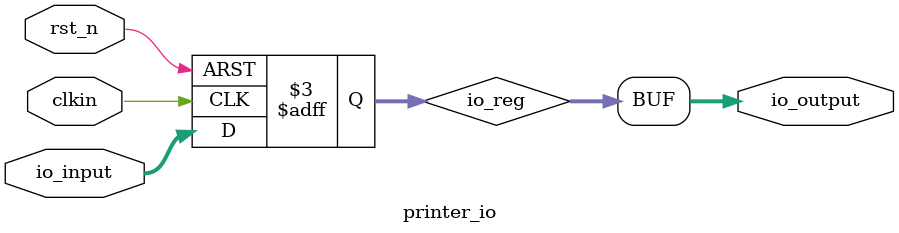
<source format=v>
module printer_io #(parameter WIDTH = 32)
(
	input 								clkin,
	input 								rst_n,
	input 	[WIDTH - 1 : 0]		io_input,
	output 	[WIDTH - 1 : 0] 		io_output
);

reg 	[WIDTH - 1 : 0] 	io_reg;

assign io_output = io_reg;

always @ (posedge clkin or negedge rst_n) begin
	if (!rst_n) begin
		io_reg <= 0;
	end
	else begin
		io_reg <= io_input;
	end
end

endmodule

</source>
